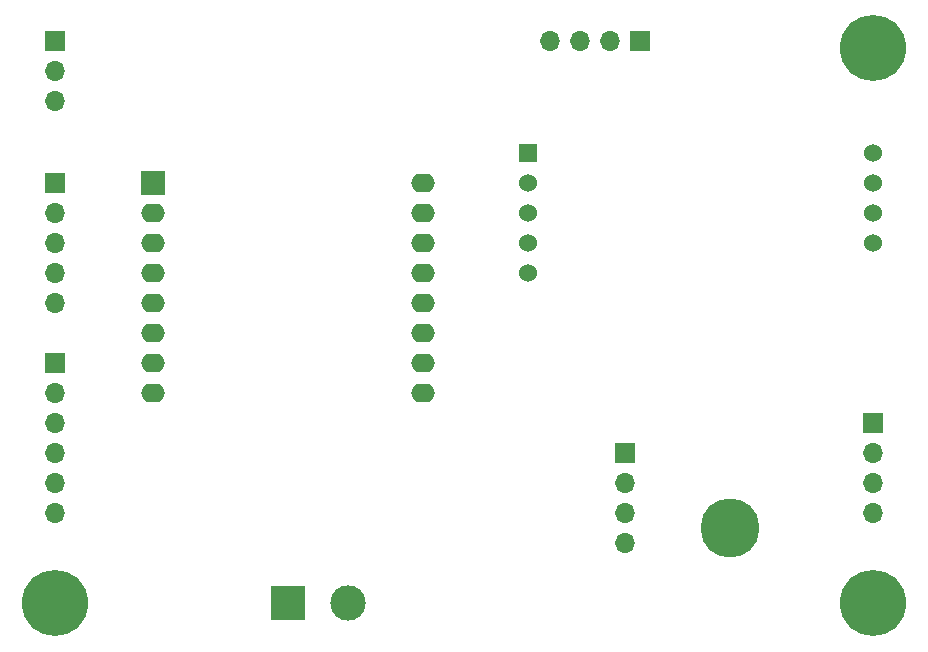
<source format=gbs>
%TF.GenerationSoftware,KiCad,Pcbnew,(6.0.6)*%
%TF.CreationDate,2022-07-17T21:08:35+02:00*%
%TF.ProjectId,esp8266-homenode,65737038-3236-4362-9d68-6f6d656e6f64,rev?*%
%TF.SameCoordinates,Original*%
%TF.FileFunction,Soldermask,Bot*%
%TF.FilePolarity,Negative*%
%FSLAX46Y46*%
G04 Gerber Fmt 4.6, Leading zero omitted, Abs format (unit mm)*
G04 Created by KiCad (PCBNEW (6.0.6)) date 2022-07-17 21:08:35*
%MOMM*%
%LPD*%
G01*
G04 APERTURE LIST*
%ADD10R,2.000000X2.000000*%
%ADD11O,2.000000X1.600000*%
%ADD12R,3.000000X3.000000*%
%ADD13C,3.000000*%
%ADD14R,1.700000X1.700000*%
%ADD15O,1.700000X1.700000*%
%ADD16C,5.600000*%
%ADD17C,5.000000*%
%ADD18R,1.524000X1.524000*%
%ADD19C,1.524000*%
G04 APERTURE END LIST*
D10*
%TO.C,U1*%
X94615000Y-69850000D03*
D11*
X94615000Y-72390000D03*
X94615000Y-74930000D03*
X94615000Y-77470000D03*
X94615000Y-80010000D03*
X94615000Y-82550000D03*
X94615000Y-85090000D03*
X94615000Y-87630000D03*
X117475000Y-87630000D03*
X117475000Y-85090000D03*
X117475000Y-82550000D03*
X117475000Y-80010000D03*
X117475000Y-77470000D03*
X117475000Y-74930000D03*
X117475000Y-72390000D03*
X117475000Y-69850000D03*
%TD*%
D12*
%TO.C,J1*%
X106045000Y-105410000D03*
D13*
X111125000Y-105410000D03*
%TD*%
D14*
%TO.C,J4*%
X155575000Y-90170000D03*
D15*
X155575000Y-92710000D03*
X155575000Y-95250000D03*
X155575000Y-97790000D03*
%TD*%
D16*
%TO.C,REF\u002A\u002A*%
X155575000Y-105410000D03*
%TD*%
%TO.C,REF\u002A\u002A*%
X155575000Y-58420000D03*
%TD*%
D14*
%TO.C,J7*%
X86360000Y-69855000D03*
D15*
X86360000Y-72395000D03*
X86360000Y-74935000D03*
X86360000Y-77475000D03*
X86360000Y-80015000D03*
%TD*%
D14*
%TO.C,J3*%
X86360000Y-57800000D03*
D15*
X86360000Y-60340000D03*
X86360000Y-62880000D03*
%TD*%
D17*
%TO.C,J2*%
X143510000Y-99060000D03*
D14*
X134620000Y-92710000D03*
D15*
X134620000Y-95250000D03*
X134620000Y-97790000D03*
X134620000Y-100330000D03*
%TD*%
D14*
%TO.C,J6*%
X86360000Y-85090000D03*
D15*
X86360000Y-87630000D03*
X86360000Y-90170000D03*
X86360000Y-92710000D03*
X86360000Y-95250000D03*
X86360000Y-97790000D03*
%TD*%
D18*
%TO.C,U4*%
X126365000Y-67310000D03*
D19*
X126365000Y-69850000D03*
X126365000Y-72390000D03*
X126365000Y-74930000D03*
X126365000Y-77470000D03*
X155575000Y-67310000D03*
X155575000Y-69850000D03*
X155575000Y-72390000D03*
X155575000Y-74930000D03*
%TD*%
D14*
%TO.C,J5*%
X135890000Y-57785000D03*
D15*
X133350000Y-57785000D03*
X130810000Y-57785000D03*
X128270000Y-57785000D03*
%TD*%
D16*
%TO.C,REF\u002A\u002A*%
X86360000Y-105410000D03*
%TD*%
M02*

</source>
